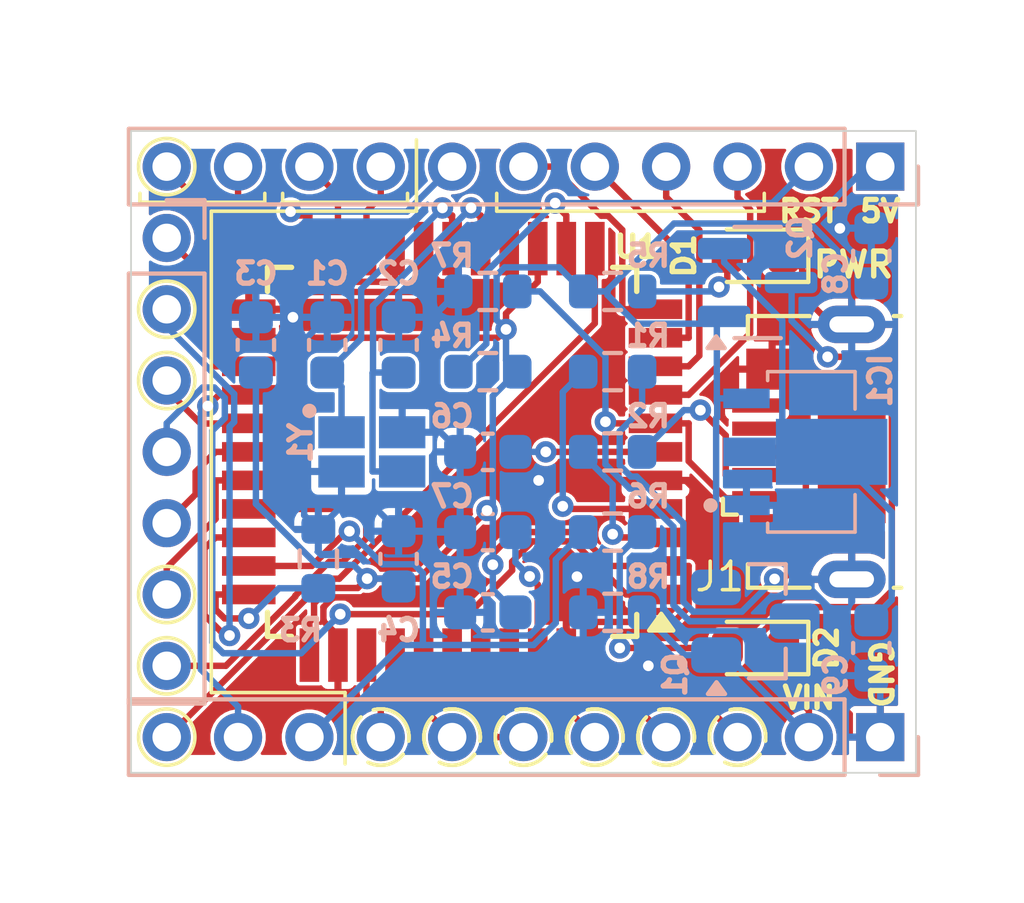
<source format=kicad_pcb>
(kicad_pcb (version 20241229) (generator "pcbnew") (generator_version "9.0")
  (layers (0 "F.Cu" signal) (2 "B.Cu" signal) (13 "F.Paste" user) (15 "B.Paste" user) (5 "F.SilkS" user "F.Silkscreen") (7 "B.SilkS" user "B.Silkscreen") (1 "F.Mask" user) (3 "B.Mask" user) (25 "Edge.Cuts" user))
  (net 0 "")
  (net 1 "XTAL1")
  (net 2 "GND")
  (net 3 "XTAL2")
  (net 4 "RESET")
  (net 5 "Net-(D1-A)")
  (net 6 "Net-(J1-D+)")
  (net 7 "Net-(J1-D-)")
  (net 9 "Net-(U1-~{HWB}{slash}PE2)")
  (net 10 "+5V")
  (net 11 "D13{slash}USER_LED")
  (net 12 "A4")
  (net 13 "D5")
  (net 14 "A0")
  (net 15 "MOSI")
  (net 16 "D12")
  (net 17 "MISO")
  (net 18 "A5")
  (net 19 "D10")
  (net 20 "D3{slash}SCL")
  (net 21 "D6")
  (net 22 "SCK")
  (net 23 "A1")
  (net 24 "A3")
  (net 25 "SS")
  (net 26 "D8")
  (net 27 "D0{slash}RX")
  (net 28 "CTS")
  (net 29 "A2")
  (net 30 "D11")
  (net 31 "D1{slash}TX")
  (net 32 "D9")
  (net 33 "D4")
  (net 34 "Net-(D2-A)")
  (net 35 "D7")
  (net 36 "D2{slash}SDA")
  (net 37 "AREF")
  (net 38 "VIN")
  (net 39 "UCAP")
  (net 40 "VUSB")
  (net 41 "D+")
  (net 42 "D-")
  (net 43 "Net-(IC1-IN)")
  (footprint "LED_SMD:LED_0603_1608Metric" (layer "F.Cu") (at 8.5 -5.5 180)
    (property "Reference" "D1")
    (property "Value" "LED")
  )
  (footprint "Connector_USB:USB_Micro-B_GCT_USB3076-30-A" (layer "F.Cu") (at 10 0 90)
    (property "Reference" "J1")
    (property "Value" "USB_B_Micro")
  )
  (footprint "LED_SMD:LED_0603_1608Metric" (layer "F.Cu") (at 8.5 5.5 180)
    (property "Reference" "D2")
    (property "Value" "LED")
  )
  (footprint "Package_QFP:TQFP-44_10x10mm_P0.8mm" (layer "F.Cu") (at 0 0 180)
    (property "Reference" "U1")
    (property "Value" "ATmega32U4-A")
  )
  (footprint "Capacitor_SMD:C_0603_1608Metric" (layer "B.Cu") (at 1 0 180)
    (property "Reference" "C6")
    (property "Value" "1uF")
  )
  (footprint "Resistor_SMD:R_0603_1608Metric" (layer "B.Cu") (at 1 -2.25)
    (property "Reference" "R4")
    (property "Value" "10k")
  )
  (footprint "AZ1117CR2-5.0TRG1:AP738133Y13" (layer "B.Cu") (at 8.644 0 90)
    (property "Reference" "IC1")
    (property "Value" "AZ1117CR2-5.0TRG1" (hide yes))
  )
  (footprint "Capacitor_SMD:C_0603_1608Metric" (layer "B.Cu") (at -3.5 -3 90)
    (property "Reference" "C1")
    (property "Value" "22pF")
  )
  (footprint "Connector_PinHeader_2.00mm:PinHeader_1x11_P2.00mm_Vertical" (layer "B.Cu") (at 12 8 90)
    (property "Reference" "J3" (hide yes))
    (property "Value" "Conn_01x11")
  )
  (footprint "Crystal:830108288709_Handsolderable" (layer "B.Cu") (at -2.25 0)
    (property "Reference" "Y1")
    (property "Value" "830108288709" (hide yes))
  )
  (footprint "Capacitor_SMD:C_0603_1608Metric" (layer "B.Cu") (at -1.5 3 90)
    (property "Reference" "C4")
    (property "Value" "100nF")
  )
  (footprint "Resistor_SMD:R_0603_1608Metric" (layer "B.Cu") (at 4.5 0 180)
    (property "Reference" "R2")
    (property "Value" "22")
  )
  (footprint "Capacitor_SMD:C_0603_1608Metric" (layer "B.Cu") (at 1 2.25 180)
    (property "Reference" "C7")
    (property "Value" "100nF")
  )
  (footprint "Connector_PinHeader_2.00mm:PinHeader_1x11_P2.00mm_Vertical" (layer "B.Cu") (at 12 -8 90)
    (property "Reference" "J2" (hide yes))
    (property "Value" "Conn_01x11")
  )
  (footprint "Resistor_SMD:R_0603_1608Metric" (layer "B.Cu") (at 4.5 -4.5)
    (property "Reference" "R5")
    (property "Value" "330")
  )
  (footprint "Capacitor_SMD:C_0603_1608Metric" (layer "B.Cu") (at 1 4.5 180)
    (property "Reference" "C5")
    (property "Value" "100nF")
  )
  (footprint "Capacitor_SMD:C_0603_1608Metric" (layer "B.Cu") (at 11.75 -5.5 90)
    (property "Reference" "C8")
    (property "Value" "22uF")
  )
  (footprint "Capacitor_SMD:C_0603_1608Metric" (layer "B.Cu") (at -1.5 -3 90)
    (property "Reference" "C2")
    (property "Value" "22pF")
  )
  (footprint "Package_TO_SOT_SMD:SuperSOT-3" (layer "B.Cu") (at 8.5 4.75)
    (property "Reference" "Q1")
    (property "Value" "FDN340P")
  )
  (footprint "Resistor_SMD:R_0603_1608Metric" (layer "B.Cu") (at 1 -4.5)
    (property "Reference" "R7")
    (property "Value" "10k")
  )
  (footprint "Resistor_SMD:R_0603_1608Metric" (layer "B.Cu") (at 4.5 4.5)
    (property "Reference" "R8")
    (property "Value" "10k")
  )
  (footprint "Capacitor_SMD:C_0603_1608Metric" (layer "B.Cu") (at -5.5 -3 90)
    (property "Reference" "C3")
    (property "Value" "100nF")
  )
  (footprint "Connector_PinHeader_2.00mm:PinHeader_1x07_P2.00mm_Vertical" (layer "B.Cu") (at -8 -6 180)
    (property "Reference" "J4" (hide yes))
    (property "Value" "Conn_01x07")
  )
  (footprint "Resistor_SMD:R_0603_1608Metric" (layer "B.Cu") (at -3.75 3 90)
    (property "Reference" "R3")
    (property "Value" "10k")
  )
  (footprint "Capacitor_SMD:C_0603_1608Metric" (layer "B.Cu") (at 11.75 5.5 -90)
    (property "Reference" "C9")
    (property "Value" "10uF")
  )
  (footprint "Resistor_SMD:R_0603_1608Metric" (layer "B.Cu") (at 4.5 -2.25 180)
    (property "Reference" "R1")
    (property "Value" "22")
  )
  (footprint "Package_TO_SOT_SMD:SOT-23" (layer "B.Cu") (at 8.5625 -4.75)
    (property "Reference" "Q2")
    (property "Value" "PMV48XP")
  )
  (footprint "Resistor_SMD:R_0603_1608Metric" (layer "B.Cu") (at 4.5 2.25)
    (property "Reference" "R6")
    (property "Value" "330")
  )
  (gr_circle (center -8 -2) (end -8.25 -2.75) (stroke (width 0.1)) (fill no) (layer "F.SilkS"))
  (gr_line (start -8.75 -7) (end -8.75 -7.25) (stroke (width 0.1)) (layer "F.SilkS"))
  (gr_circle (center -2 8) (end -1.75 7.25) (stroke (width 0.1) (type dash)) (fill no) (layer "F.SilkS"))
  (gr_line (start -6.75 6.75) (end -3 6.75) (stroke (width 0.1)) (layer "F.SilkS"))
  (gr_line (start 1.25 -6.75) (end 8.75 -6.75) (stroke (width 0.1)) (layer "F.SilkS"))
  (gr_line (start -4.75 -7) (end -4.75 -7.25) (stroke (width 0.1)) (layer "F.SilkS"))
  (gr_line (start -6.75 -6.75) (end -6.75 6.75) (stroke (width 0.1)) (layer "F.SilkS"))
  (gr_line (start 1.25 -6.75) (end 1.25 -7.25) (stroke (width 0.1)) (layer "F.SilkS"))
  (gr_circle (center 0 8) (end 0.25 7.25) (stroke (width 0.1) (type dash)) (fill no) (layer "F.SilkS"))
  (gr_circle (center 6 8) (end 6.25 7.25) (stroke (width 0.1) (type dash)) (fill no) (layer "F.SilkS"))
  (gr_circle (center -8 -8) (end -7.25 -8.25) (stroke (width 0.1)) (fill no) (layer "F.SilkS"))
  (gr_line (start -1 -8.75) (end -1 -6.75) (stroke (width 0.1)) (layer "F.SilkS"))
  (gr_line (start -5.25 -7) (end -8.75 -7) (stroke (width 0.1)) (layer "F.SilkS"))
  (gr_line (start -1.25 -7) (end -4.75 -7) (stroke (width 0.1)) (layer "F.SilkS"))
  (gr_circle (center 2 8) (end 2.25 7.25) (stroke (width 0.1) (type dash)) (fill no) (layer "F.SilkS"))
  (gr_line (start -5.25 -7) (end -5.25 -7.25) (stroke (width 0.1)) (layer "F.SilkS"))
  (gr_line (start 8.75 -6.75) (end 8.75 -7.25) (stroke (width 0.1)) (layer "F.SilkS"))
  (gr_line (start -1 -6.75) (end -6.75 -6.75) (stroke (width 0.1)) (layer "F.SilkS"))
  (gr_line (start -1.25 -7) (end -1.25 -7.25) (stroke (width 0.1)) (layer "F.SilkS"))
  (gr_circle (center 4 8) (end 4.25 7.25) (stroke (width 0.1) (type dash)) (fill no) (layer "F.SilkS"))
  (gr_circle (center 8 8) (end 8.25 7.25) (stroke (width 0.1) (type dash)) (fill no) (layer "F.SilkS"))
  (gr_circle (center -8 6) (end -7.75 5.25) (stroke (width 0.1)) (fill no) (layer "F.SilkS"))
  (gr_line (start -3 6.75) (end -3 8.75) (stroke (width 0.1)) (layer "F.SilkS"))
  (gr_circle (center -8 4) (end -7.75 3.25) (stroke (width 0.1)) (fill no) (layer "F.SilkS"))
  (gr_circle (center -8 8) (end -7.75 7.25) (stroke (width 0.1)) (fill no) (layer "F.SilkS"))
  (gr_circle (center -8 -4) (end -7.25 -4.25) (stroke (width 0.1)) (fill no) (layer "F.SilkS"))
  (gr_rect (start -9 -9) (end 13 9) (stroke (width 0.05)) (fill no) (layer "Edge.Cuts"))
  (gr_text "PWR" (at 11.25 -5.25 0) (layer "F.SilkS") (effects (font (size 0.7 0.7) (thickness 0.15) (bold yes))))
  (gr_text "RST" (at 10 -6.75 0) (layer "F.SilkS") (effects (font (size 0.6 0.6) (thickness 0.15) (bold yes))))
  (gr_text "GND" (at 12 7.25 270) (layer "F.SilkS") (effects (font (size 0.6 0.6) (thickness 0.15) (bold yes)) (justify right)))
  (gr_text "5V" (at 12 -6.75 0) (layer "F.SilkS") (effects (font (size 0.6 0.6) (thickness 0.15) (bold yes))))
  (gr_text "VIN" (at 10 7.25 0) (layer "F.SilkS") (effects (font (size 0.6 0.6) (thickness 0.15) (bold yes)) (justify bottom)))
  (segment (start -0.2719 -6.8419) (end -0.06 -6.63) (width 0.18) (layer "F.Cu") (net 1))
  (segment (start 0 -5.7) (end 0 -6.63) (width 0.18) (layer "F.Cu") (net 1))
  (segment (start -0.06 -6.63) (end 0 -6.63) (width 0.18) (layer "F.Cu") (net 1))
  (via (at -0.2719 -6.8419) (size 0.6) (drill 0.3) (layers "F.Cu" "B.Cu") (net 1))
  (segment (start -2.55 -3.175) (end -3.5 -2.225) (width 0.18) (layer "B.Cu") (net 1))
  (segment (start -3.0997 -1.8247) (end -3.5 -2.225) (width 0.18) (layer "B.Cu") (net 1))
  (segment (start -2.55 -4.5638) (end -2.55 -3.175) (width 0.18) (layer "B.Cu") (net 1))
  (segment (start -0.2719 -6.8419) (end -2.55 -4.5638) (width 0.18) (layer "B.Cu") (net 1))
  (segment (start -3.0997 -0.8648) (end -3.0997 -1.8247) (width 0.18) (layer "B.Cu") (net 1))
  (segment (start -3.0997 -0.5497) (end -3.0997 -0.8648) (width 0.18) (layer "B.Cu") (net 1))
  (segment (start 8.065 2.32) (end 8.065 3.7314) (width 0.18) (layer "F.Cu") (net 2))
  (segment (start 1.6 -5.7) (end 1.6 -4.77) (width 0.18) (layer "F.Cu") (net 2))
  (segment (start 2.4248 0.8644) (end -0.7909 4.0801) (width 0.18) (layer "F.Cu") (net 2))
  (segment (start 11.145 7.3575) (end 9.2875 5.5) (width 0.18) (layer "F.Cu") (net 2))
  (segment (start 9.43 -2.2375) (end 9.43 -1.3) (width 0.18) (layer "F.Cu") (net 2))
  (segment (start 0.83 -4) (end -4.4629 -4) (width 0.18) (layer "F.Cu") (net 2))
  (segment (start -3.608 4.7471) (end -3.2 5.1551) (width 0.18) (layer "F.Cu") (net 2))
  (segment (start -5.7 -4) (end -4.77 -4) (width 0.18) (layer "F.Cu") (net 2))
  (segment (start 3.2 5.7) (end 3.2 3.8) (width 0.18) (layer "F.Cu") (net 2))
  (segment (start 8.97 -2.32) (end 8.97 -2.6975) (width 0.18) (layer "F.Cu") (net 2))
  (segment (start 4.77 0.8) (end 2.4248 0.8) (width 0.18) (layer "F.Cu") (net 2))
  (segment (start 9.8108 -5.2113) (end 10.8679 -6.2684) (width 0.18) (layer "F.Cu") (net 2))
  (segment (start 9.5762 -5.2113) (end 9.8108 -5.2113) (width 0.18) (layer "F.Cu") (net 2))
  (segment (start 3.2 3.8) (end 3.5 3.5) (width 0.18) (layer "F.Cu") (net 2))
  (segment (start 11.145 8) (end 11.145 7.3575) (width 0.18) (layer "F.Cu") (net 2))
  (segment (start 8.3692 5.893) (end 8.3692 4.0356) (width 0.18) (layer "F.Cu") (net 2))
  (segment (start 2.4248 0.8) (end 2.4248 0.8644) (width 0.18) (layer "F.Cu") (net 2))
  (segment (start 9.8108 -4.3992) (end 9.8108 -5.2113) (width 0.18) (layer "F.Cu") (net 2))
  (segment (start 11.2 3.575) (end 11.2 1.125) (width 0.18) (layer "F.Cu") (net 2))
  (segment (start -0.7909 4.0801) (end -3.3316 4.0801) (width 0.18) (layer "F.Cu") (net 2))
  (segment (start 6.545 0.8) (end 8.065 2.32) (width 0.18) (layer "F.Cu") (net 2))
  (segment (start 8.55 -1.3) (end 9.43 -1.3) (width 0.18) (layer "F.Cu") (net 2))
  (segment (start 11.2 -3.575) (end 10.635 -3.575) (width 0.18) (layer "F.Cu") (net 2))
  (segment (start 8.97 -2.6975) (end 9.43 -2.2375) (width 0.18) (layer "F.Cu") (net 2))
  (segment (start -3.2 5.1551) (end -3.2 5.7) (width 0.18) (layer "F.Cu") (net 2))
  (segment (start 11.2 -1.125) (end 11.2 1.125) (width 0.18) (layer "F.Cu") (net 2))
  (segment (start 8.065 3.7314) (end 8.3692 4.0356) (width 0.18) (layer "F.Cu") (net 2))
  (segment (start -3.608 4.3565) (end -3.608 4.7471) (width 0.18) (layer "F.Cu") (net 2))
  (segment (start 5.5 6) (end 6.13 6.63) (width 0.18) (layer "F.Cu") (net 2))
  (segment (start 9.2875 -5.5) (end 9.5762 -5.2113) (width 0.18) (layer "F.Cu") (net 2))
  (segment (start 11.2 -1.125) (end 9.605 -1.125) (width 0.18) (layer "F.Cu") (net 2))
  (segment (start -3.3316 4.0801) (end -3.608 4.3565) (width 0.18) (layer "F.Cu") (net 2))
  (segment (start 10.07 -3.575) (end 9.57 -3.075) (width 0.18) (layer "F.Cu") (net 2))
  (segment (start 6.13 6.63) (end 7.6322 6.63) (width 0.18) (layer "F.Cu") (net 2))
  (segment (start 7.6322 6.63) (end 8.3692 5.893) (width 0.18) (layer "F.Cu") (net 2))
  (segment (start 12 8) (end 11.145 8) (width 0.18) (layer "F.Cu") (net 2))
  (segment (start 9.6094 4.0356) (end 10.07 3.575) (width 0.18) (layer "F.Cu") (net 2))
  (segment (start 1.6 -4.77) (end 0.83 -4) (width 0.18) (layer "F.Cu") (net 2))
  (segment (start -4.4629 -4) (end -4.4629 -3.775) (width 0.18) (layer "F.Cu") (net 2))
  (segment (start -4.4629 -4) (end -4.77 -4) (width 0.18) (layer "F.Cu") (net 2))
  (segment (start 9.57 -3.075) (end 8.97 -3.075) (width 0.18) (layer "F.Cu") (net 2))
  (segment (start 8.97 -2.6975) (end 8.97 -3.075) (width 0.18) (layer "F.Cu") (net 2))
  (segment (start 9.605 -1.125) (end 9.43 -1.3) (width 0.18) (layer "F.Cu") (net 2))
  (segment (start 8.97 2.32) (end 8.065 2.32) (width 0.18) (layer "F.Cu") (net 2))
  (segment (start 10.635 -3.575) (end 9.8108 -4.3992) (width 0.18) (layer "F.Cu") (net 2))
  (segment (start 5.7 0.8) (end 6.545 0.8) (width 0.18) (layer "F.Cu") (net 2))
  (segment (start 11.2 3.575) (end 10.07 3.575) (width 0.18) (layer "F.Cu") (net 2))
  (segment (start 5.7 0.8) (end 4.77 0.8) (width 0.18) (layer "F.Cu") (net 2))
  (segment (start 8.3692 4.0356) (end 9.6094 4.0356) (width 0.18) (layer "F.Cu") (net 2))
  (segment (start 10.635 -3.575) (end 10.07 -3.575) (width 0.18) (layer "F.Cu") (net 2))
  (via (at 5.5 6) (size 0.6) (drill 0.3) (layers "F.Cu" "B.Cu") (net 2))
  (via (at 10.8679 -6.2684) (size 0.6) (drill 0.3) (layers "F.Cu" "B.Cu") (net 2))
  (via (at 2.4248 0.8) (size 0.6) (drill 0.3) (layers "F.Cu" "B.Cu") (net 2))
  (via (at 3.5 3.5) (size 0.6) (drill 0.3) (layers "F.Cu" "B.Cu") (net 2))
  (via (at -4.4629 -3.775) (size 0.6) (drill 0.3) (layers "F.Cu" "B.Cu") (net 2))
  (segment (start 11.0982 4.8953) (end 10.07 3.8671) (width 0.18) (layer "B.Cu") (net 2))
  (segment (start -0.55 -3.775) (end 0.175 -4.5) (width 0.18) (layer "B.Cu") (net 2))
  (segment (start -3.75 2.175) (end -4.1476 1.7774) (width 0.18) (layer "B.Cu") (net 2))
  (segment (start -1.4002 -0.5497) (end -0.55 -0.5497) (width 0.18) (layer "B.Cu") (net 2))
  (segment (start -1.5 -3.775) (end -0.55 -3.775) (width 0.18) (layer "B.Cu") (net 2))
  (segment (start 12 6.525) (end 11.75 6.275) (width 0.18) (layer "B.Cu") (net 2))
  (segment (start 3.675 3.675) (end 3.5 3.5) (width 0.18) (layer "B.Cu") (net 2))
  (segment (start 10.8679 -6.2684) (end 11.7434 -6.2684) (width 0.18) (layer "B.Cu") (net 2))
  (segment (start -4.1476 -3.1274) (end -3.5 -3.775) (width 0.18) (layer "B.Cu") (net 2))
  (segment (start 8.25 1.5) (end 9.08 1.5) (width 0.18) (layer "B.Cu") (net 2))
  (segment (start -0.55 -3.775) (end -0.55 -0.5497) (width 0.18) (layer "B.Cu") (net 2))
  (segment (start 0.8755 5.1505) (end 2.1787 5.1505) (width 0.18) (layer "B.Cu") (net 2))
  (segment (start 10.07 3.575) (end 9.08 2.585) (width 0.18) (layer "B.Cu") (net 2))
  (segment (start 5.5 6) (end 4.0114 6) (width 0.18) (layer "B.Cu") (net 2))
  (segment (start -5.5 -3.775) (end -4.4629 -3.775) (width 0.18) (layer "B.Cu") (net 2))
  (segment (start 2.6444 3.064) (end 2.4248 2.8444) (width 0.18) (layer "B.Cu") (net 2))
  (segment (start 2.4248 2.8444) (end 2.4248 0.8) (width 0.18) (layer "B.Cu") (net 2))
  (segment (start -4.4629 -3.775) (end -3.5 -3.775) (width 0.18) (layer "B.Cu") (net 2))
  (segment (start 2.1787 5.1505) (end 2.6444 4.6848) (width 0.18) (layer "B.Cu") (net 2))
  (segment (start -3.0997 0.5498) (end -3.0997 1.5247) (width 0.18) (layer "B.Cu") (net 2))
  (segment (start 11.75 6.275) (end 11.0982 5.6232) (width 0.18) (layer "B.Cu") (net 2))
  (segment (start 4.0114 6) (end 3.675 5.6636) (width 0.18) (layer "B.Cu") (net 2))
  (segment (start 3.675 4.5) (end 3.675 3.675) (width 0.18) (layer "B.Cu") (net 2))
  (segment (start -1.5 2.225) (end 0.2 2.225) (width 0.18) (layer "B.Cu") (net 2))
  (segment (start 9.08 2.585) (end 9.08 1.5) (width 0.18) (layer "B.Cu") (net 2))
  (segment (start -4.1476 1.7774) (end -4.1476 -3.1274) (width 0.18) (layer "B.Cu") (net 2))
  (segment (start 11.0982 5.6232) (end 11.0982 4.8953) (width 0.18) (layer "B.Cu") (net 2))
  (segment (start -3.0997 1.5247) (end -2.2003 1.5247) (width 0.18) (layer "B.Cu") (net 2))
  (segment (start 11.2 3.575) (end 10.07 3.575) (width 0.18) (layer "B.Cu") (net 2))
  (segment (start 0.225 2.25) (end 0.225 4.5) (width 0.18) (layer "B.Cu") (net 2))
  (segment (start 12 8) (end 12 6.525) (width 0.18) (layer "B.Cu") (net 2))
  (segment (start 2.6444 4.6848) (end 2.6444 3.064) (width 0.18) (layer "B.Cu") (net 2))
  (segment (start 0.225 4.5) (end 0.8755 5.1505) (width 0.18) (layer "B.Cu") (net 2))
  (segment (start -0.55 -0.5497) (end -0.3247 -0.5497) (width 0.18) (layer "B.Cu") (net 2))
  (segment (start 11.7434 -6.2684) (end 11.75 -6.275) (width 0.18) (layer "B.Cu") (net 2))
  (segment (start 0.2 2.225) (end 0.225 2.25) (width 0.18) (layer "B.Cu") (net 2))
  (segment (start 3.675 5.6636) (end 3.675 4.5) (width 0.18) (layer "B.Cu") (net 2))
  (segment (start -3.0997 1.5247) (end -3.75 2.175) (width 0.18) (layer "B.Cu") (net 2))
  (segment (start 10.07 3.8671) (end 10.07 3.575) (width 0.18) (layer "B.Cu") (net 2))
  (segment (start -2.2003 1.5247) (end -1.5 2.225) (width 0.18) (layer "B.Cu") (net 2))
  (segment (start 0.225 2.25) (end 0.225 0) (width 0.18) (layer "B.Cu") (net 2))
  (segment (start -0.3247 -0.5497) (end 0.225 0) (width 0.18) (layer "B.Cu") (net 2))
  (segment (start 0.744 -6.63) (end 0.5309 -6.8431) (width 0.18) (layer "F.Cu") (net 3))
  (segment (start 0.8 -5.7) (end 0.8 -6.63) (width 0.18) (layer "F.Cu") (net 3))
  (segment (start 0.8 -6.63) (end 0.744 -6.63) (width 0.18) (layer "F.Cu") (net 3))
  (via (at 0.5309 -6.8431) (size 0.6) (drill 0.3) (layers "F.Cu" "B.Cu") (net 3))
  (segment (start -2.2305 0.5498) (end -2.2305 -2.2117) (width 0.18) (layer "B.Cu") (net 3))
  (segment (start -2.2172 -4.095) (end 0.5309 -6.8431) (width 0.18) (layer "B.Cu") (net 3))
  (segment (start -2.2172 -2.225) (end -1.5 -2.225) (width 0.18) (layer "B.Cu") (net 3))
  (segment (start -2.2305 -2.2117) (end -2.2172 -2.225) (width 0.18) (layer "B.Cu") (net 3))
  (segment (start -2.2172 -2.225) (end -2.2172 -4.095) (width 0.18) (layer "B.Cu") (net 3))
  (segment (start -1.4002 0.5498) (end -2.2305 0.5498) (width 0.18) (layer "B.Cu") (net 3))
  (segment (start 3.2 -5.7) (end 3.2 -6.63) (width 0.18) (layer "F.Cu") (net 4))
  (segment (start 2.8889 -6.9776) (end 2.8889 -6.9411) (width 0.18) (layer "F.Cu") (net 4))
  (segment (start 2.8889 -6.9411) (end 3.2 -6.63) (width 0.18) (layer "F.Cu") (net 4))
  (via (at 2.8889 -6.9776) (size 0.6) (drill 0.3) (layers "F.Cu" "B.Cu") (net 4))
  (segment (start 8.9776 -6.9776) (end 2.8889 -6.9776) (width 0.18) (layer "B.Cu") (net 4))
  (segment (start 0.9588 -3.0338) (end 0.175 -2.25) (width 0.18) (layer "B.Cu") (net 4))
  (segment (start 0.9588 -5.0475) (end 0.9588 -3.0338) (width 0.18) (layer "B.Cu") (net 4))
  (segment (start 2.8889 -6.9776) (end 0.9588 -5.0475) (width 0.18) (layer "B.Cu") (net 4))
  (segment (start 10 -8) (end 8.9776 -6.9776) (width 0.18) (layer "B.Cu") (net 4))
  (segment (start 7.7125 -5.5) (end 7.7125 -4.8586) (width 0.18) (layer "F.Cu") (net 5))
  (segment (start 7.7125 -4.8586) (end 7.4801 -4.6262) (width 0.18) (layer "F.Cu") (net 5))
  (via (at 7.4801 -4.6262) (size 0.6) (drill 0.3) (layers "F.Cu" "B.Cu") (net 5))
  (segment (start 7.3539 -4.5) (end 7.4801 -4.6262) (width 0.18) (layer "B.Cu") (net 5))
  (segment (start 5.325 -4.5) (end 7.3539 -4.5) (width 0.18) (layer "B.Cu") (net 5))
  (segment (start 9.0393 3.5639) (end 9.2828 3.5639) (width 0.18) (layer "F.Cu") (net 6))
  (segment (start 8.55 0) (end 9.43 0) (width 0.18) (layer "F.Cu") (net 6))
  (segment (start 9.9145 0.4845) (end 9.43 0) (width 0.18) (layer "F.Cu") (net 6))
  (segment (start 9.9145 2.9322) (end 9.9145 0.4845) (width 0.18) (layer "F.Cu") (net 6))
  (segment (start 9.2828 3.5639) (end 9.9145 2.9322) (width 0.18) (layer "F.Cu") (net 6))
  (via (at 9.0393 3.5639) (size 0.6) (drill 0.3) (layers "F.Cu" "B.Cu") (net 6))
  (segment (start 5.1743 0.6929) (end 5.0113 0.6929) (width 0.18) (layer "B.Cu") (net 6))
  (segment (start 9.0393 3.5639) (end 8.1227 4.4805) (width 0.18) (layer "B.Cu") (net 6))
  (segment (start 4.6973 0.3789) (end 4.6973 -0.5765) (width 0.18) (layer "B.Cu") (net 6))
  (segment (start 5.325 -1.2042) (end 5.325 -2.25) (width 0.18) (layer "B.Cu") (net 6))
  (segment (start 6.7562 4.4805) (end 6.4815 4.2058) (width 0.18) (layer "B.Cu") (net 6))
  (segment (start 4.6973 -0.5765) (end 5.325 -1.2042) (width 0.18) (layer "B.Cu") (net 6))
  (segment (start 5.0113 0.6929) (end 4.6973 0.3789) (width 0.18) (layer "B.Cu") (net 6))
  (segment (start 6.4815 2.0001) (end 5.1743 0.6929) (width 0.18) (layer "B.Cu") (net 6))
  (segment (start 6.4815 4.2058) (end 6.4815 2.0001) (width 0.18) (layer "B.Cu") (net 6))
  (segment (start 8.1227 4.4805) (end 6.7562 4.4805) (width 0.18) (layer "B.Cu") (net 6))
  (segment (start 7.67 -0.4589) (end 6.9587 -1.1702) (width 0.18) (layer "F.Cu") (net 7))
  (segment (start 7.67 0.65) (end 7.67 -0.4589) (width 0.18) (layer "F.Cu") (net 7))
  (segment (start 8.55 0.65) (end 7.67 0.65) (width 0.18) (layer "F.Cu") (net 7))
  (via (at 6.9587 -1.1702) (size 0.6) (drill 0.3) (layers "F.Cu" "B.Cu") (net 7))
  (segment (start 6.4952 -1.1702) (end 5.325 0) (width 0.18) (layer "B.Cu") (net 7))
  (segment (start 6.9587 -1.1702) (end 6.4952 -1.1702) (width 0.18) (layer "B.Cu") (net 7))
  (segment (start -6.63 4.4197) (end -6.63 4) (width 0.18) (layer "F.Cu") (net 9))
  (segment (start -5.7 4) (end -6.63 4) (width 0.18) (layer "F.Cu") (net 9))
  (segment (start -6.3783 4.6714) (end -6.63 4.4197) (width 0.18) (layer "F.Cu") (net 9))
  (segment (start -5.7 4.6714) (end -6.3783 4.6714) (width 0.18) (layer "F.Cu") (net 9))
  (via (at -5.7 4.6714) (size 0.6) (drill 0.3) (layers "F.Cu" "B.Cu") (net 9))
  (segment (start -4.8536 3.825) (end -5.7 4.6714) (width 0.18) (layer "B.Cu") (net 9))
  (segment (start -3.75 3.825) (end -4.8536 3.825) (width 0.18) (layer "B.Cu") (net 9))
  (segment (start 3.5 2.25) (end 1.75 2.25) (width 0.18) (layer "F.Cu") (net 10))
  (segment (start -2.3827 3.5547) (end -0.9326 3.5547) (width 0.18) (layer "F.Cu") (net 10))
  (segment (start -3.44 3.8184) (end -3.8697 4.2481) (width 0.18) (layer "F.Cu") (net 10))
  (segment (start 4.45 3.2) (end 3.5 2.25) (width 0.18) (layer "F.Cu") (net 10))
  (segment (start -3.8697 4.2481) (end -3.8697 4.6397) (width 0.18) (layer "F.Cu") (net 10))
  (segment (start 1.75 2.25) (end 1.1406 2.8594) (width 0.18) (layer "F.Cu") (net 10))
  (segment (start 1.1406 2.8594) (end 1.1406 3.1647) (width 0.18) (layer "F.Cu") (net 10))
  (segment (start 1.5111 -3.435) (end 1.2761 -3.2) (width 0.18) (layer "F.Cu") (net 10))
  (segment (start -4 5.7) (end -4 4.77) (width 0.18) (layer "F.Cu") (net 10))
  (segment (start -2.3827 3.5547) (end -2.6464 3.8184) (width 0.18) (layer "F.Cu") (net 10))
  (segment (start -2.6464 3.8184) (end -3.44 3.8184) (width 0.18) (layer "F.Cu") (net 10))
  (segment (start 1.2761 -3.2) (end -5.7 -3.2) (width 0.18) (layer "F.Cu") (net 10))
  (segment (start 1.5111 -3.8811) (end 2.4 -4.77) (width 0.18) (layer "F.Cu") (net 10))
  (segment (start -3.8697 4.6397) (end -4 4.77) (width 0.18) (layer "F.Cu") (net 10))
  (segment (start -0.9326 3.5547) (end 0.9779 1.6442) (width 0.18) (layer "F.Cu") (net 10))
  (segment (start 2.4 -5.7) (end 2.4 -4.77) (width 0.18) (layer "F.Cu") (net 10))
  (segment (start 5.7 3.2) (end 6.63 3.2) (width 0.18) (layer "F.Cu") (net 10))
  (segment (start 6.63 3.2) (end 6.63 4.3545) (width 0.18) (layer "F.Cu") (net 10))
  (segment (start 5.7 3.2) (end 4.45 3.2) (width 0.18) (layer "F.Cu") (net 10))
  (segment (start 1.5111 -3.435) (end 1.5111 -3.8811) (width 0.18) (layer "F.Cu") (net 10))
  (segment (start 6.2145 4.77) (end 4 4.77) (width 0.18) (layer "F.Cu") (net 10))
  (segment (start 6.63 4.3545) (end 6.2145 4.77) (width 0.18) (layer "F.Cu") (net 10))
  (segment (start 4 5.7) (end 4 4.77) (width 0.18) (layer "F.Cu") (net 10))
  (via (at 1.1406 3.1647) (size 0.6) (drill 0.3) (layers "F.Cu" "B.Cu") (net 10))
  (via (at -2.3827 3.5547) (size 0.6) (drill 0.3) (layers "F.Cu" "B.Cu") (net 10))
  (via (at 1.5111 -3.435) (size 0.6) (drill 0.3) (layers "F.Cu" "B.Cu") (net 10))
  (via (at 0.9779 1.6442) (size 0.6) (drill 0.3) (layers "F.Cu" "B.Cu") (net 10))
  (segment (start 7.4 3.8) (end 7.4 -0.9444) (width 0.18) (layer "B.Cu") (net 10))
  (segment (start 7.42 -3.595) (end 5.1598 -3.595) (width 0.18) (layer "B.Cu") (net 10))
  (segment (start 4.3548 -4.54) (end 6.2196 -6.4048) (width 0.18) (layer "B.Cu") (net 10))
  (segment (start 1.5111 -3.435) (end 1.5111 -2.5639) (width 0.18) (layer "B.Cu") (net 10))
  (segment (start 1.775 4.5) (end 1.1407 3.8657) (width 0.18) (layer "B.Cu") (net 10))
  (segment (start -3.7875 3.1704) (end -2.767 3.1704) (width 0.18) (layer "B.Cu") (net 10))
  (segment (start 7.4 -0.9444) (end 7.4304 -0.9748) (width 0.18) (layer "B.Cu") (net 10))
  (segment (start 1.5111 -2.5639) (end 1.825 -2.25) (width 0.18) (layer "B.Cu") (net 10))
  (segment (start 1.1406 1.6442) (end 1.1406 3.1647) (width 0.18) (layer "B.Cu") (net 10))
  (segment (start 4.3548 -4.5) (end 4.3548 -4.54) (width 0.18) (layer "B.Cu") (net 10))
  (segment (start 1.825 -2.25) (end 1.1406 -1.5656) (width 0.18) (layer "B.Cu") (net 10))
  (segment (start 10.0363 -6.4048) (end 11.7161 -4.725) (width 0.18) (layer "B.Cu") (net 10))
  (segment (start 1.4715 -5.1751) (end 1.2475 -4.9511) (width 0.18) (layer "B.Cu") (net 10))
  (segment (start 7.625 -3.8) (end 7.42 -3.595) (width 0.18) (layer "B.Cu") (net 10))
  (segment (start 11.7161 -4.725) (end 11.75 -4.725) (width 0.18) (layer "B.Cu") (net 10))
  (segment (start 7.42 -1.376) (end 7.42 -1.5) (width 0.18) (layer "B.Cu") (net 10))
  (segment (start 7.42 -3.595) (end 7.42 -1.5) (width 0.18) (layer "B.Cu") (net 10))
  (segment (start 11.6315 -8) (end 10.0363 -6.4048) (width 0.18) (layer "B.Cu") (net 10))
  (segment (start -5.5 -2.225) (end -5.5 1.4579) (width 0.18) (layer "B.Cu") (net 10))
  (segment (start 1.1406 -1.5656) (end 1.1406 1.6442) (width 0.18) (layer "B.Cu") (net 10))
  (segment (start 4.3548 -4.4) (end 4.3548 -4.5) (width 0.18) (layer "B.Cu") (net 10))
  (segment (start -2.3827 3.5547) (end -1.7203 3.5547) (width 0.18) (layer "B.Cu") (net 10))
  (segment (start 7.4304 -0.9748) (end 7.4304 -1.3656) (width 0.18) (layer "B.Cu") (net 10))
  (segment (start -5.5 1.4579) (end -3.7875 3.1704) (width 0.18) (layer "B.Cu") (net 10))
  (segment (start 3.675 -4.5) (end 2.9999 -5.1751) (width 0.18) (layer "B.Cu") (net 10))
  (segment (start 5.1598 -3.595) (end 4.3548 -4.4) (width 0.18) (layer "B.Cu") (net 10))
  (segment (start 6.2196 -6.4048) (end 10.0363 -6.4048) (width 0.18) (layer "B.Cu") (net 10))
  (segment (start 1.2475 -3.6986) (end 1.5111 -3.435) (width 0.18) (layer "B.Cu") (net 10))
  (segment (start 1.2475 -4.9511) (end 1.2475 -3.6986) (width 0.18) (layer "B.Cu") (net 10))
  (segment (start 4.3548 -4.5) (end 3.675 -4.5) (width 0.18) (layer "B.Cu") (net 10))
  (segment (start 1.1407 3.8657) (end 1.1407 3.1647) (width 0.18) (layer "B.Cu") (net 10))
  (segment (start 1.1406 1.6442) (end 0.9779 1.6442) (width 0.18) (layer "B.Cu") (net 10))
  (segment (start -1.7203 3.5547) (end -1.5 3.775) (width 0.18) (layer "B.Cu") (net 10))
  (segment (start -2.767 3.1704) (end -2.3827 3.5547) (width 0.18) (layer "B.Cu") (net 10))
  (segment (start 8.25 -1.5) (end 7.42 -1.5) (width 0.18) (layer "B.Cu") (net 10))
  (segment (start 2.9999 -5.1751) (end 1.4715 -5.1751) (width 0.18) (layer "B.Cu") (net 10))
  (segment (start 7.4304 -1.3656) (end 7.42 -1.376) (width 0.18) (layer "B.Cu") (net 10))
  (segment (start 12 -8) (end 11.6315 -8) (width 0.18) (layer "B.Cu") (net 10))
  (segment (start 1.1407 3.1647) (end 1.1406 3.1647) (width 0.18) (layer "B.Cu") (net 10))
  (segment (start -3.9319 3.2) (end -5.7 3.2) (width 0.18) (layer "F.Cu") (net 11))
  (segment (start -2.9567 2.2248) (end -3.9319 3.2) (width 0.18) (layer "F.Cu") (net 11))
  (segment (start -2.8796 2.2248) (end -2.9567 2.2248) (width 0.18) (layer "F.Cu") (net 11))
  (via (at -2.8796 2.2248) (size 0.6) (drill 0.3) (layers "F.Cu" "B.Cu") (net 11))
  (segment (start -1.0715 3.1524) (end -1.952 3.1524) (width 0.18) (layer "B.Cu") (net 11))
  (segment (start -0.8188 5.4168) (end -0.8188 3.4051) (width 0.18) (layer "B.Cu") (net 11))
  (segment (start -0.8188 3.4051) (end -1.0715 3.1524) (width 0.18) (layer "B.Cu") (net 11))
  (segment (start -1.4168 5.4168) (end -0.8188 5.4168) (width 0.18) (layer "B.Cu") (net 11))
  (segment (start -0.8188 5.4168) (end 2.2825 5.4168) (width 0.18) (layer "B.Cu") (net 11))
  (segment (start -4 8) (end -1.4168 5.4168) (width 0.18) (layer "B.Cu") (net 11))
  (segment (start 2.9061 4.7932) (end 2.9061 3.0189) (width 0.18) (layer "B.Cu") (net 11))
  (segment (start -1.952 3.1524) (end -2.8796 2.2248) (width 0.18) (layer "B.Cu") (net 11))
  (segment (start 2.9061 3.0189) (end 3.675 2.25) (width 0.18) (layer "B.Cu") (net 11))
  (segment (start 2.2825 5.4168) (end 2.9061 4.7932) (width 0.18) (layer "B.Cu") (net 11))
  (segment (start 6 8) (end 4.8903 6.8903) (width 0.18) (layer "F.Cu") (net 12))
  (segment (start 1.4677 6.8903) (end 0.8 6.2226) (width 0.18) (layer "F.Cu") (net 12))
  (segment (start 4.8903 6.8903) (end 1.4677 6.8903) (width 0.18) (layer "F.Cu") (net 12))
  (segment (start 0.8 6.2226) (end 0.8 5.7) (width 0.18) (layer "F.Cu") (net 12))
  (segment (start -6.9424 2.7124) (end -6.9424 4.579) (width 0.18) (layer "F.Cu") (net 13))
  (segment (start -5.7 2.4) (end -6.63 2.4) (width 0.18) (layer "F.Cu") (net 13))
  (segment (start -6.3708 5.1506) (end -6.2391 5.1506) (width 0.18) (layer "F.Cu") (net 13))
  (segment (start -6.63 2.4) (end -6.9424 2.7124) (width 0.18) (layer "F.Cu") (net 13))
  (segment (start -6.9424 4.579) (end -6.3708 5.1506) (width 0.18) (layer "F.Cu") (net 13))
  (via (at -6.2391 5.1506) (size 0.6) (drill 0.3) (layers "F.Cu" "B.Cu") (net 13))
  (segment (start -6.1091 -1.6227) (end -6.1091 -0.8384) (width 0.18) (layer "B.Cu") (net 13))
  (segment (start -8 -4) (end -8 -3.5136) (width 0.18) (layer "B.Cu") (net 13))
  (segment (start -6.2391 -0.7084) (end -6.2391 5.1506) (width 0.18) (layer "B.Cu") (net 13))
  (segment (start -8 -3.5136) (end -6.1091 -1.6227) (width 0.18) (layer "B.Cu") (net 13))
  (segment (start -6.1091 -0.8384) (end -6.2391 -0.7084) (width 0.18) (layer "B.Cu") (net 13))
  (segment (start -2.4 6.745) (end -2.4 5.7) (width 0.18) (layer "F.Cu") (net 14))
  (segment (start -2 7.145) (end -2.4 6.745) (width 0.18) (layer "F.Cu") (net 14))
  (segment (start -2 8) (end -2 7.145) (width 0.18) (layer "F.Cu") (net 14))
  (segment (start 4 -8) (end 6.63 -5.37) (width 0.18) (layer "F.Cu") (net 15))
  (segment (start 6.63 -5.37) (end 6.63 -3.2) (width 0.18) (layer "F.Cu") (net 15))
  (segment (start 5.7 -3.2) (end 6.63 -3.2) (width 0.18) (layer "F.Cu") (net 15))
  (segment (start -6.5329 -1.6) (end -6.8471 -1.2858) (width 0.18) (layer "F.Cu") (net 16))
  (segment (start -5.7 -1.6) (end -6.5329 -1.6) (width 0.18) (layer "F.Cu") (net 16))
  (via (at -6.8471 -1.2858) (size 0.6) (drill 0.3) (layers "F.Cu" "B.Cu") (net 16))
  (segment (start -7.0443 6.1007) (end -6 7.145) (width 0.18) (layer "B.Cu") (net 16))
  (segment (start -7.0443 -1.0886) (end -7.0443 6.1007) (width 0.18) (layer "B.Cu") (net 16))
  (segment (start -6.8471 -1.2858) (end -7.0443 -1.0886) (width 0.18) (layer "B.Cu") (net 16))
  (segment (start -6 8) (end -6 7.145) (width 0.18) (layer "B.Cu") (net 16))
  (segment (start 4.3721 -6.621) (end 4.77 -6.2231) (width 0.18) (layer "F.Cu") (net 17))
  (segment (start 4.77 -4) (end 5.7 -4) (width 0.18) (layer "F.Cu") (net 17))
  (segment (start 4.182575 -6.621) (end 4.3721 -6.621) (width 0.18) (layer "F.Cu") (net 17))
  (segment (start 2 -8) (end 2.803575 -8) (width 0.18) (layer "F.Cu") (net 17))
  (segment (start 2.803575 -8) (end 4.182575 -6.621) (width 0.18) (layer "F.Cu") (net 17))
  (segment (start 4.77 -6.2231) (end 4.77 -4) (width 0.18) (layer "F.Cu") (net 17))
  (segment (start 5.26011 6.891) (end 4.99011 6.621) (width 0.18) (layer "F.Cu") (net 18))
  (segment (start 4.99011 6.621) (end 1.871 6.621) (width 0.18) (layer "F.Cu") (net 18))
  (segment (start 6.891 6.891) (end 5.26011 6.891) (width 0.18) (layer "F.Cu") (net 18))
  (segment (start 8 8) (end 6.891 6.891) (width 0.18) (layer "F.Cu") (net 18))
  (segment (start 1.6 6.35) (end 1.6 5.7) (width 0.18) (layer "F.Cu") (net 18))
  (segment (start 1.871 6.621) (end 1.6 6.35) (width 0.18) (layer "F.Cu") (net 18))
  (segment (start -5.7 1.6) (end -4.77 1.6) (width 0.18) (layer "F.Cu") (net 19))
  (segment (start -3.0604 3.0847) (end -3.4465 3.0847) (width 0.18) (layer "F.Cu") (net 19))
  (segment (start -2.8096 1.6) (end -2.4068 2.0028) (width 0.18) (layer "F.Cu") (net 19))
  (segment (start -2.4068 2.0028) (end -2.4068 2.4311) (width 0.18) (layer "F.Cu") (net 19))
  (segment (start -2.4068 2.4311) (end -3.0604 3.0847) (width 0.18) (layer "F.Cu") (net 19))
  (segment (start -4.77 1.6) (end -2.8096 1.6) (width 0.18) (layer "F.Cu") (net 19))
  (segment (start -4.3931 4.0528) (end -6.3403 6) (width 0.18) (layer "F.Cu") (net 19))
  (segment (start -4.3931 4.0313) (end -4.3931 4.0528) (width 0.18) (layer "F.Cu") (net 19))
  (segment (start -3.4465 3.0847) (end -4.3931 4.0313) (width 0.18) (layer "F.Cu") (net 19))
  (segment (start -6.3403 6) (end -8 6) (width 0.18) (layer "F.Cu") (net 19))
  (segment (start -4.5557 -4.4843) (end -1.0857 -4.4843) (width 0.18) (layer "F.Cu") (net 20))
  (segment (start -1.0857 -4.4843) (end -0.8 -4.77) (width 0.18) (layer "F.Cu") (net 20))
  (segment (start -8 -7.9286) (end -4.5557 -4.4843) (width 0.18) (layer "F.Cu") (net 20))
  (segment (start -0.8 -4.77) (end -0.8 -5.7) (width 0.18) (layer "F.Cu") (net 20))
  (segment (start -8 -8) (end -8 -7.9286) (width 0.18) (layer "F.Cu") (net 20))
  (segment (start -8 -2) (end -8 -1.744321) (width 0.18) (layer "F.Cu") (net 21))
  (segment (start -5.7052 -0.7948) (end -5.7 -0.8) (width 0.18) (layer "F.Cu") (net 21))
  (segment (start -7.050479 -0.7948) (end -5.7052 -0.7948) (width 0.18) (layer "F.Cu") (net 21))
  (segment (start -8 -1.744321) (end -7.050479 -0.7948) (width 0.18) (layer "F.Cu") (net 21))
  (segment (start 6.9296 -2.6996) (end 6.63 -2.4) (width 0.18) (layer "F.Cu") (net 22))
  (segment (start 6 -8) (end 6 -7.145) (width 0.18) (layer "F.Cu") (net 22))
  (segment (start 5.7 -2.4) (end 6.63 -2.4) (width 0.18) (layer "F.Cu") (net 22))
  (segment (start 6 -7.145) (end 6.9296 -6.2154) (width 0.18) (layer "F.Cu") (net 22))
  (segment (start 6.9296 -6.2154) (end 6.9296 -2.6996) (width 0.18) (layer "F.Cu") (net 22))
  (segment (start 0 8) (end -0.855 7.145) (width 0.18) (layer "F.Cu") (net 23))
  (segment (start -0.855 7.145) (end -1.085 7.145) (width 0.18) (layer "F.Cu") (net 23))
  (segment (start -1.085 7.145) (end -1.6 6.63) (width 0.18) (layer "F.Cu") (net 23))
  (segment (start -1.6 5.7) (end -1.6 6.63) (width 0.18) (layer "F.Cu") (net 23))
  (segment (start 0.9662 7.1526) (end 0 6.1864) (width 0.18) (layer "F.Cu") (net 24))
  (segment (start 3.1526 7.1526) (end 0.9662 7.1526) (width 0.18) (layer "F.Cu") (net 24))
  (segment (start 0 6.1864) (end 0 5.7) (width 0.18) (layer "F.Cu") (net 24))
  (segment (start 4 8) (end 3.1526 7.1526) (width 0.18) (layer "F.Cu") (net 24))
  (segment (start 5.7 -1.6) (end 6.63 -1.6) (width 0.18) (layer "F.Cu") (net 25))
  (segment (start 8.3542 -3.3242) (end 6.63 -1.6) (width 0.18) (layer "F.Cu") (net 25))
  (segment (start 8 -8) (end 8 -7.145) (width 0.18) (layer "F.Cu") (net 25))
  (segment (start 8.3542 -6.7908) (end 8.3542 -3.3242) (width 0.18) (layer "F.Cu") (net 25))
  (segment (start 8 -7.145) (end 8.3542 -6.7908) (width 0.18) (layer "F.Cu") (net 25))
  (segment (start -8 2) (end -7.19 1.19) (width 0.18) (layer "F.Cu") (net 26))
  (segment (start -7.19 1.19) (end -7.19 0.56) (width 0.18) (layer "F.Cu") (net 26))
  (segment (start -5.7 0) (end -6.63 0) (width 0.18) (layer "F.Cu") (net 26))
  (segment (start -7.19 0.56) (end -6.63 0) (width 0.18) (layer "F.Cu") (net 26))
  (segment (start -2 -8) (end -2 -7.145) (width 0.18) (layer "F.Cu") (net 27))
  (segment (start -2.4 -6.745) (end -2 -7.145) (width 0.18) (layer "F.Cu") (net 27))
  (segment (start -2.4 -5.7) (end -2.4 -6.745) (width 0.18) (layer "F.Cu") (net 27))
  (segment (start -4.4209 -6.63) (end -4 -6.63) (width 0.18) (layer "F.Cu") (net 28))
  (segment (start -4 -5.7) (end -4 -6.63) (width 0.18) (layer "F.Cu") (net 28))
  (segment (start -4.5286 -6.7377) (end -4.4209 -6.63) (width 0.18) (layer "F.Cu") (net 28))
  (via (at -4.5286 -6.7377) (size 0.6) (drill 0.3) (layers "F.Cu" "B.Cu") (net 28))
  (segment (start -1.2622 -6.7378) (end -4.5286 -6.7378) (width 0.18) (layer "B.Cu") (net 28))
  (segment (start -4.5286 -6.7378) (end -4.5286 -6.7377) (width 0.18) (layer "B.Cu") (net 28))
  (segment (start 0 -8) (end -1.2622 -6.7378) (width 0.18) (layer "B.Cu") (net 28))
  (segment (start -0.1181 6.63) (end -0.8 6.63) (width 0.18) (layer "F.Cu") (net 29))
  (segment (start -0.8 6.63) (end -0.8 5.7) (width 0.18) (layer "F.Cu") (net 29))
  (segment (start 2 8) (end 1.2519 8) (width 0.18) (layer "F.Cu") (net 29))
  (segment (start 1.2519 8) (end -0.1181 6.63) (width 0.18) (layer "F.Cu") (net 29))
  (segment (start -3.1623 3.5567) (end -3.5484 3.5567) (width 0.18) (layer "F.Cu") (net 30))
  (segment (start 4 -5.7) (end 4 -3.6056) (width 0.18) (layer "F.Cu") (net 30))
  (segment (start -4.1321 4.16091) (end -4.1321 4.1404) (width 0.18) (layer "F.Cu") (net 30))
  (segment (start -4.1321 4.1404) (end -3.5484 3.5567) (width 0.18) (layer "F.Cu") (net 30))
  (segment (start -7.97119 8) (end -4.1321 4.16091) (width 0.18) (layer "F.Cu") (net 30))
  (segment (start -8 8) (end -7.97119 8) (width 0.18) (layer "F.Cu") (net 30))
  (segment (start 4 -3.6056) (end -3.1623 3.5567) (width 0.18) (layer "F.Cu") (net 30))
  (segment (start -3.2 -7.2) (end -3.2 -5.7) (width 0.18) (layer "F.Cu") (net 31))
  (segment (start -4 -8) (end -3.2 -7.2) (width 0.18) (layer "F.Cu") (net 31))
  (segment (start -6.63 0.8) (end -5.7 0.8) (width 0.18) (layer "F.Cu") (net 32))
  (segment (start -8 4) (end -8 3.252) (width 0.18) (layer "F.Cu") (net 32))
  (segment (start -8 3.252) (end -6.63 1.882) (width 0.18) (layer "F.Cu") (net 32))
  (segment (start -6.63 1.882) (end -6.63 0.8) (width 0.18) (layer "F.Cu") (net 32))
  (segment (start -6.63 -2.4) (end -6.63 -4.63) (width 0.18) (layer "F.Cu") (net 33))
  (segment (start -5.7 -2.4) (end -6.63 -2.4) (width 0.18) (layer "F.Cu") (net 33))
  (segment (start -6.63 -4.63) (end -8 -6) (width 0.18) (layer "F.Cu") (net 33))
  (segment (start 7.7125 5.5) (end 4.6976 5.5) (width 0.18) (layer "F.Cu") (net 34))
  (via (at 4.6976 5.5) (size 0.6) (drill 0.3) (layers "F.Cu" "B.Cu") (net 34))
  (segment (start 5.325 2.25) (end 4.6976 2.8774) (width 0.18) (layer "B.Cu") (net 34))
  (segment (start 4.6976 2.8774) (end 4.6976 5.5) (width 0.18) (layer "B.Cu") (net 34))
  (segment (start 4.88089 4) (end 5.7 4) (width 0.18) (layer "F.Cu") (net 35))
  (segment (start 0.4538 4.5518) (end 1.6817 3.3239) (width 0.18) (layer "F.Cu") (net 35))
  (segment (start -3.1363 4.5518) (end 0.4538 4.5518) (width 0.18) (layer "F.Cu") (net 35))
  (segment (start 1.6817 3.0793) (end 2.25 2.511) (width 0.18) (layer "F.Cu") (net 35))
  (segment (start 3.39189 2.511) (end 4.88089 4) (width 0.18) (layer "F.Cu") (net 35))
  (segment (start 1.6817 3.3239) (end 1.6817 3.0793) (width 0.18) (layer "F.Cu") (net 35))
  (segment (start 2.25 2.511) (end 3.39189 2.511) (width 0.18) (layer "F.Cu") (net 35))
  (via (at -3.1363 4.5518) (size 0.6) (drill 0.3) (layers "F.Cu" "B.Cu") (net 35))
  (segment (start -6.7232 5.3399) (end -6.4165 5.6466) (width 0.18) (layer "B.Cu") (net 35))
  (segment (start -8 0) (end -8 -0.8002) (width 0.18) (layer "B.Cu") (net 35))
  (segment (start -6.3708 -1.5119) (end -6.3708 -0.9468) (width 0.18) (layer "B.Cu") (net 35))
  (segment (start -6.4165 5.6466) (end -4.2311 5.6466) (width 0.18) (layer "B.Cu") (net 35))
  (segment (start -6.3708 -0.9468) (end -6.7232 -0.5944) (width 0.18) (layer "B.Cu") (net 35))
  (segment (start -8 -0.8002) (end -6.9957 -1.8045) (width 0.18) (layer "B.Cu") (net 35))
  (segment (start -6.6634 -1.8045) (end -6.3708 -1.5119) (width 0.18) (layer "B.Cu") (net 35))
  (segment (start -4.2311 5.6466) (end -3.1363 4.5518) (width 0.18) (layer "B.Cu") (net 35))
  (segment (start -6.7232 -0.5944) (end -6.7232 5.3399) (width 0.18) (layer "B.Cu") (net 35))
  (segment (start -6.9957 -1.8045) (end -6.6634 -1.8045) (width 0.18) (layer "B.Cu") (net 35))
  (segment (start -1.6 -5.7) (end -1.6 -4.77) (width 0.18) (layer "F.Cu") (net 36))
  (segment (start -1.6 -4.77) (end -4.4314 -4.77) (width 0.18) (layer "F.Cu") (net 36))
  (segment (start -6 -6.3386) (end -6 -8) (width 0.18) (layer "F.Cu") (net 36))
  (segment (start -4.4314 -4.77) (end -6 -6.3386) (width 0.18) (layer "F.Cu") (net 36))
  (segment (start 2.4 3.7193) (end 2.1727 3.492) (width 0.18) (layer "F.Cu") (net 37))
  (segment (start 2.4 5.7) (end 2.4 3.7193) (width 0.18) (layer "F.Cu") (net 37))
  (via (at 2.1727 3.492) (size 0.6) (drill 0.3) (layers "F.Cu" "B.Cu") (net 37))
  (segment (start 1.775 2.25) (end 1.775 3.0943) (width 0.18) (layer "B.Cu") (net 37))
  (segment (start 1.775 3.0943) (end 2.1727 3.492) (width 0.18) (layer "B.Cu") (net 37))
  (segment (start 11.7438 -2.6654) (end 10.5253 -2.6654) (width 0.18) (layer "F.Cu") (net 38))
  (segment (start 10 8) (end 10 7.2519) (width 0.18) (layer "F.Cu") (net 38))
  (segment (start 8.6775 5.0776) (end 9.4003 4.3548) (width 0.18) (layer "F.Cu") (net 38))
  (segment (start 10 7.2519) (end 8.6775 5.9294) (width 0.18) (layer "F.Cu") (net 38))
  (segment (start 9.4003 4.3548) (end 11.868 4.3548) (width 0.18) (layer "F.Cu") (net 38))
  (segment (start 8.6775 5.9294) (end 8.6775 5.0776) (width 0.18) (layer "F.Cu") (net 38))
  (segment (start 11.868 4.3548) (end 12.325 3.8978) (width 0.18) (layer "F.Cu") (net 38))
  (segment (start 12.325 -2.0842) (end 11.7438 -2.6654) (width 0.18) (layer "F.Cu") (net 38))
  (segment (start 12.325 3.8978) (end 12.325 -2.0842) (width 0.18) (layer "F.Cu") (net 38))
  (via (at 10.5253 -2.6654) (size 0.6) (drill 0.3) (layers "F.Cu" "B.Cu") (net 38))
  (segment (start 10 8) (end 7.7 5.7) (width 0.18) (layer "B.Cu") (net 38))
  (segment (start 9.5157 -4.7343) (end 9.5157 -3.675) (width 0.18) (layer "B.Cu") (net 38))
  (segment (start 9.5 -4.75) (end 9.5157 -4.7343) (width 0.18) (layer "B.Cu") (net 38))
  (segment (start 9.5157 -3.675) (end 10.5253 -2.6654) (width 0.18) (layer "B.Cu") (net 38))
  (segment (start 5.325 4.5) (end 6.525 5.7) (width 0.18) (layer "B.Cu") (net 38))
  (segment (start 6.525 5.7) (end 7.4 5.7) (width 0.18) (layer "B.Cu") (net 38))
  (segment (start 7.7 5.7) (end 7.4 5.7) (width 0.18) (layer "B.Cu") (net 38))
  (segment (start 5.7 0) (end 2.6246 0) (width 0.18) (layer "F.Cu") (net 39))
  (via (at 2.6246 0) (size 0.6) (drill 0.3) (layers "F.Cu" "B.Cu") (net 39))
  (segment (start 1.775 0) (end 2.6246 0) (width 0.18) (layer "B.Cu") (net 39))
  (segment (start 5.7 -0.8) (end 4.3413 -0.8) (width 0.18) (layer "F.Cu") (net 40))
  (segment (start 4.3413 -0.8) (end 4.2975 -0.8438) (width 0.18) (layer "F.Cu") (net 40))
  (segment (start 8.55 1.3) (end 7.67 1.3) (width 0.18) (layer "F.Cu") (net 40))
  (segment (start 6.1349 -0.8) (end 6.63 -0.8) (width 0.18) (layer "F.Cu") (net 40))
  (segment (start 6.63 0.26) (end 7.67 1.3) (width 0.18) (layer "F.Cu") (net 40))
  (segment (start 6.1349 -0.8) (end 5.7 -0.8) (width 0.18) (layer "F.Cu") (net 40))
  (segment (start 6.63 -0.8) (end 6.63 0.26) (width 0.18) (layer "F.Cu") (net 40))
  (via (at 4.2975 -0.8438) (size 0.6) (drill 0.3) (layers "F.Cu" "B.Cu") (net 40))
  (segment (start 4.2975 -2.6695) (end 4.2975 -0.8438) (width 0.18) (layer "B.Cu") (net 40))
  (segment (start 6.6556 4.75) (end 9.6 4.75) (width 0.18) (layer "B.Cu") (net 40))
  (segment (start 2.467 -4.5) (end 4.2975 -2.6695) (width 0.18) (layer "B.Cu") (net 40))
  (segment (start 1.825 -4.5) (end 2.467 -4.5) (width 0.18) (layer "B.Cu") (net 40))
  (segment (start 4.2975 0.3492) (end 4.9794 1.0311) (width 0.18) (layer "B.Cu") (net 40))
  (segment (start 6.2032 4.2976) (end 6.6556 4.75) (width 0.18) (layer "B.Cu") (net 40))
  (segment (start 4.9794 1.0311) (end 5.1325 1.0311) (width 0.18) (layer "B.Cu") (net 40))
  (segment (start 5.1325 1.0311) (end 6.2032 2.1018) (width 0.18) (layer "B.Cu") (net 40))
  (segment (start 6.2032 2.1018) (end 6.2032 4.2976) (width 0.18) (layer "B.Cu") (net 40))
  (segment (start 4.2975 -0.8438) (end 4.2975 0.3492) (width 0.18) (layer "B.Cu") (net 40))
  (segment (start 5.7 1.6) (end 3.1766 1.6) (width 0.18) (layer "F.Cu") (net 41))
  (segment (start 3.1766 1.6) (end 3.101 1.5244) (width 0.18) (layer "F.Cu") (net 41))
  (via (at 3.101 1.5244) (size 0.6) (drill 0.3) (layers "F.Cu" "B.Cu") (net 41))
  (segment (start 3.101 -1.676) (end 3.101 1.5244) (width 0.18) (layer "B.Cu") (net 41))
  (segment (start 3.675 -2.25) (end 3.101 -1.676) (width 0.18) (layer "B.Cu") (net 41))
  (segment (start 4.77 2.4) (end 4.6781 2.3081) (width 0.18) (layer "F.Cu") (net 42))
  (segment (start 4.6781 2.3081) (end 4.5 2.3081) (width 0.18) (layer "F.Cu") (net 42))
  (segment (start 5.7 2.4) (end 4.77 2.4) (width 0.18) (layer "F.Cu") (net 42))
  (via (at 4.5 2.3081) (size 0.6) (drill 0.3) (layers "F.Cu" "B.Cu") (net 42))
  (segment (start 3.675 0.0968) (end 4.5 0.9218) (width 0.18) (layer "B.Cu") (net 42))
  (segment (start 3.675 0) (end 3.675 0.0968) (width 0.18) (layer "B.Cu") (net 42))
  (segment (start 4.5 0.9218) (end 4.5 2.3081) (width 0.18) (layer "B.Cu") (net 42))
  (segment (start 12.3217 4.1533) (end 12.3217 1.6837) (width 0.18) (layer "B.Cu") (net 43))
  (segment (start 11.75 4.725) (end 12.3217 4.1533) (width 0.18) (layer "B.Cu") (net 43))
  (segment (start 7.625 -5.313) (end 9.254 -3.684) (width 0.18) (layer "B.Cu") (net 43))
  (segment (start 7.625 -5.7) (end 7.625 -5.313) (width 0.18) (layer "B.Cu") (net 43))
  (segment (start 8.338 0) (end 9.2555 0) (width 0.18) (layer "B.Cu") (net 43))
  (segment (start 12.3217 1.6837) (end 10.638 0) (width 0.18) (layer "B.Cu") (net 43))
  (segment (start 9.254 -0.0015) (end 9.2555 0) (width 0.18) (layer "B.Cu") (net 43))
  (segment (start 9.254 -3.684) (end 9.254 -0.0015) (width 0.18) (layer "B.Cu") (net 43))
  (segment (start 10.638 0) (end 9.2555 0) (width 0.18) (layer "B.Cu") (net 43))
  (zone (net 2) (net_name "GND") (layers "F.Cu" "B.Cu") (connect_pads (clearance 0.1)) (min_thickness 0.08) (fill yes (thermal_gap 0.2) (thermal_bridge_width 0.2))
    (polygon (pts (xy 14 -10) (xy 14 10) (xy -10 10) (xy -10 -10)))
  )
)
</source>
